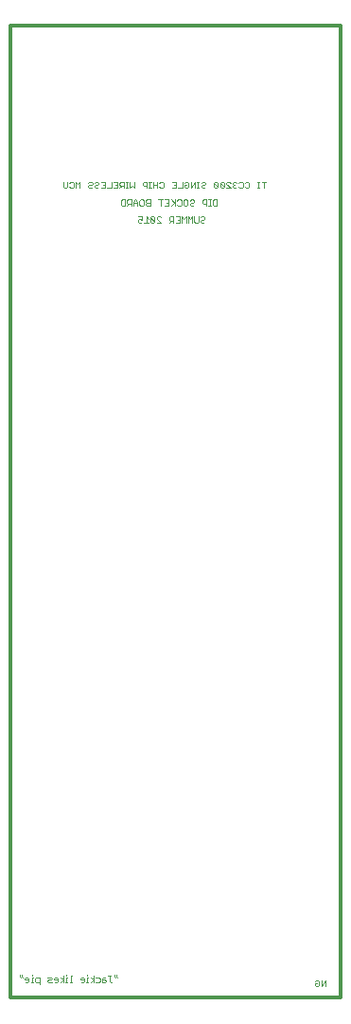
<source format=gbo>
G75*
G70*
%OFA0B0*%
%FSLAX24Y24*%
%IPPOS*%
%LPD*%
%AMOC8*
5,1,8,0,0,1.08239X$1,22.5*
%
%ADD10C,0.0020*%
%ADD11C,0.0120*%
D10*
X000832Y000913D02*
X000869Y000876D01*
X000906Y000913D02*
X000942Y000876D01*
X000906Y000913D02*
X000906Y000987D01*
X000832Y000987D02*
X000832Y000913D01*
X001016Y000840D02*
X001016Y000803D01*
X001163Y000803D01*
X001163Y000766D02*
X001163Y000840D01*
X001127Y000876D01*
X001053Y000876D01*
X001016Y000840D01*
X001053Y000730D02*
X001127Y000730D01*
X001163Y000766D01*
X001237Y000730D02*
X001311Y000730D01*
X001274Y000730D02*
X001274Y000876D01*
X001311Y000876D01*
X001385Y000840D02*
X001385Y000766D01*
X001421Y000730D01*
X001532Y000730D01*
X001532Y000656D02*
X001532Y000876D01*
X001421Y000876D01*
X001385Y000840D01*
X001274Y000950D02*
X001274Y000987D01*
X001827Y000876D02*
X001937Y000876D01*
X001974Y000840D01*
X001937Y000803D01*
X001863Y000803D01*
X001827Y000766D01*
X001863Y000730D01*
X001974Y000730D01*
X002048Y000803D02*
X002194Y000803D01*
X002194Y000766D02*
X002194Y000840D01*
X002158Y000876D01*
X002084Y000876D01*
X002048Y000840D01*
X002048Y000803D01*
X002084Y000730D02*
X002158Y000730D01*
X002194Y000766D01*
X002269Y000730D02*
X002379Y000803D01*
X002269Y000876D01*
X002379Y000950D02*
X002379Y000730D01*
X002453Y000730D02*
X002526Y000730D01*
X002489Y000730D02*
X002489Y000876D01*
X002526Y000876D01*
X002489Y000950D02*
X002489Y000987D01*
X002637Y000950D02*
X002637Y000730D01*
X002673Y000730D02*
X002600Y000730D01*
X002637Y000950D02*
X002673Y000950D01*
X002968Y000840D02*
X002968Y000803D01*
X003115Y000803D01*
X003115Y000766D02*
X003115Y000840D01*
X003079Y000876D01*
X003005Y000876D01*
X002968Y000840D01*
X003005Y000730D02*
X003079Y000730D01*
X003115Y000766D01*
X003189Y000730D02*
X003263Y000730D01*
X003226Y000730D02*
X003226Y000876D01*
X003263Y000876D01*
X003337Y000876D02*
X003447Y000803D01*
X003337Y000730D01*
X003447Y000730D02*
X003447Y000950D01*
X003521Y000876D02*
X003631Y000876D01*
X003668Y000840D01*
X003668Y000766D01*
X003631Y000730D01*
X003521Y000730D01*
X003742Y000730D02*
X003852Y000730D01*
X003889Y000766D01*
X003852Y000803D01*
X003742Y000803D01*
X003742Y000840D02*
X003742Y000730D01*
X003742Y000840D02*
X003779Y000876D01*
X003852Y000876D01*
X003963Y000950D02*
X004036Y000950D01*
X004000Y000950D02*
X004000Y000766D01*
X004036Y000730D01*
X004073Y000730D01*
X004110Y000766D01*
X004220Y000876D02*
X004184Y000913D01*
X004184Y000987D01*
X004257Y000987D02*
X004257Y000913D01*
X004294Y000876D01*
X003226Y000950D02*
X003226Y000987D01*
X011245Y000758D02*
X011281Y000795D01*
X011355Y000795D01*
X011391Y000758D01*
X011391Y000611D01*
X011355Y000575D01*
X011281Y000575D01*
X011245Y000611D01*
X011245Y000685D01*
X011318Y000685D01*
X011466Y000575D02*
X011466Y000795D01*
X011612Y000795D02*
X011466Y000575D01*
X011612Y000575D02*
X011612Y000795D01*
X007328Y027423D02*
X007255Y027423D01*
X007218Y027459D01*
X007218Y027496D01*
X007255Y027533D01*
X007328Y027533D01*
X007365Y027569D01*
X007365Y027606D01*
X007328Y027643D01*
X007255Y027643D01*
X007218Y027606D01*
X007144Y027643D02*
X007144Y027459D01*
X007107Y027423D01*
X007034Y027423D01*
X006997Y027459D01*
X006997Y027643D01*
X006923Y027643D02*
X006849Y027569D01*
X006776Y027643D01*
X006776Y027423D01*
X006702Y027423D02*
X006702Y027643D01*
X006628Y027569D01*
X006555Y027643D01*
X006555Y027423D01*
X006481Y027423D02*
X006481Y027643D01*
X006334Y027643D01*
X006260Y027643D02*
X006260Y027423D01*
X006260Y027496D02*
X006150Y027496D01*
X006113Y027533D01*
X006113Y027606D01*
X006150Y027643D01*
X006260Y027643D01*
X006186Y027496D02*
X006113Y027423D01*
X006334Y027423D02*
X006481Y027423D01*
X006481Y027533D02*
X006407Y027533D01*
X006428Y028019D02*
X006391Y028055D01*
X006428Y028019D02*
X006501Y028019D01*
X006538Y028055D01*
X006538Y028202D01*
X006501Y028239D01*
X006428Y028239D01*
X006391Y028202D01*
X006317Y028239D02*
X006317Y028019D01*
X006317Y028092D02*
X006170Y028239D01*
X006096Y028239D02*
X006096Y028019D01*
X005949Y028019D01*
X006022Y028129D02*
X006096Y028129D01*
X006096Y028239D02*
X005949Y028239D01*
X005875Y028239D02*
X005728Y028239D01*
X005801Y028239D02*
X005801Y028019D01*
X005781Y027643D02*
X005818Y027606D01*
X005781Y027643D02*
X005708Y027643D01*
X005671Y027606D01*
X005671Y027569D01*
X005818Y027423D01*
X005671Y027423D01*
X005597Y027459D02*
X005450Y027606D01*
X005450Y027459D01*
X005487Y027423D01*
X005560Y027423D01*
X005597Y027459D01*
X005597Y027606D01*
X005560Y027643D01*
X005487Y027643D01*
X005450Y027606D01*
X005376Y027569D02*
X005302Y027643D01*
X005302Y027423D01*
X005229Y027423D02*
X005376Y027423D01*
X005155Y027459D02*
X005118Y027423D01*
X005045Y027423D01*
X005008Y027459D01*
X005008Y027533D01*
X005045Y027569D01*
X005081Y027569D01*
X005155Y027533D01*
X005155Y027643D01*
X005008Y027643D01*
X004991Y028019D02*
X004991Y028165D01*
X004917Y028239D01*
X004844Y028165D01*
X004844Y028019D01*
X004770Y028019D02*
X004770Y028239D01*
X004660Y028239D01*
X004623Y028202D01*
X004623Y028129D01*
X004660Y028092D01*
X004770Y028092D01*
X004696Y028092D02*
X004623Y028019D01*
X004549Y028019D02*
X004439Y028019D01*
X004402Y028055D01*
X004402Y028202D01*
X004439Y028239D01*
X004549Y028239D01*
X004549Y028019D01*
X004583Y028639D02*
X004657Y028639D01*
X004620Y028639D02*
X004620Y028859D01*
X004657Y028859D02*
X004583Y028859D01*
X004510Y028859D02*
X004510Y028639D01*
X004510Y028713D02*
X004399Y028713D01*
X004363Y028749D01*
X004363Y028823D01*
X004399Y028859D01*
X004510Y028859D01*
X004436Y028713D02*
X004363Y028639D01*
X004289Y028639D02*
X004289Y028859D01*
X004142Y028859D01*
X004068Y028859D02*
X004068Y028639D01*
X003921Y028639D01*
X003847Y028639D02*
X003700Y028639D01*
X003626Y028676D02*
X003589Y028639D01*
X003516Y028639D01*
X003479Y028676D01*
X003479Y028713D01*
X003516Y028749D01*
X003589Y028749D01*
X003626Y028786D01*
X003626Y028823D01*
X003589Y028859D01*
X003516Y028859D01*
X003479Y028823D01*
X003405Y028823D02*
X003405Y028786D01*
X003368Y028749D01*
X003295Y028749D01*
X003258Y028713D01*
X003258Y028676D01*
X003295Y028639D01*
X003368Y028639D01*
X003405Y028676D01*
X003405Y028823D02*
X003368Y028859D01*
X003295Y028859D01*
X003258Y028823D01*
X002963Y028859D02*
X002963Y028639D01*
X002816Y028639D02*
X002816Y028859D01*
X002889Y028786D01*
X002963Y028859D01*
X002742Y028823D02*
X002742Y028676D01*
X002705Y028639D01*
X002632Y028639D01*
X002595Y028676D01*
X002521Y028676D02*
X002484Y028639D01*
X002411Y028639D01*
X002374Y028676D01*
X002374Y028859D01*
X002521Y028859D02*
X002521Y028676D01*
X002595Y028823D02*
X002632Y028859D01*
X002705Y028859D01*
X002742Y028823D01*
X003700Y028859D02*
X003847Y028859D01*
X003847Y028639D01*
X003847Y028749D02*
X003773Y028749D01*
X004142Y028639D02*
X004289Y028639D01*
X004289Y028749D02*
X004215Y028749D01*
X004731Y028639D02*
X004731Y028859D01*
X004878Y028859D02*
X004878Y028639D01*
X004804Y028713D01*
X004731Y028639D01*
X004844Y028129D02*
X004991Y028129D01*
X005065Y028202D02*
X005102Y028239D01*
X005175Y028239D01*
X005212Y028202D01*
X005212Y028055D01*
X005175Y028019D01*
X005102Y028019D01*
X005065Y028055D01*
X005065Y028202D01*
X005286Y028202D02*
X005286Y028165D01*
X005323Y028129D01*
X005433Y028129D01*
X005433Y028239D02*
X005323Y028239D01*
X005286Y028202D01*
X005323Y028129D02*
X005286Y028092D01*
X005286Y028055D01*
X005323Y028019D01*
X005433Y028019D01*
X005433Y028239D01*
X005430Y028639D02*
X005430Y028859D01*
X005394Y028859D02*
X005467Y028859D01*
X005541Y028859D02*
X005541Y028639D01*
X005467Y028639D02*
X005394Y028639D01*
X005320Y028639D02*
X005320Y028859D01*
X005210Y028859D01*
X005173Y028823D01*
X005173Y028749D01*
X005210Y028713D01*
X005320Y028713D01*
X005541Y028749D02*
X005688Y028749D01*
X005762Y028676D02*
X005799Y028639D01*
X005872Y028639D01*
X005909Y028676D01*
X005909Y028823D01*
X005872Y028859D01*
X005799Y028859D01*
X005762Y028823D01*
X005688Y028859D02*
X005688Y028639D01*
X006280Y028129D02*
X006170Y028019D01*
X006204Y028639D02*
X006351Y028639D01*
X006351Y028859D01*
X006204Y028859D01*
X006278Y028749D02*
X006351Y028749D01*
X006425Y028639D02*
X006572Y028639D01*
X006572Y028859D01*
X006646Y028823D02*
X006683Y028859D01*
X006756Y028859D01*
X006793Y028823D01*
X006793Y028676D01*
X006756Y028639D01*
X006683Y028639D01*
X006646Y028676D01*
X006646Y028749D01*
X006720Y028749D01*
X006867Y028639D02*
X006867Y028859D01*
X007014Y028859D02*
X006867Y028639D01*
X007014Y028639D02*
X007014Y028859D01*
X007088Y028859D02*
X007161Y028859D01*
X007125Y028859D02*
X007125Y028639D01*
X007161Y028639D02*
X007088Y028639D01*
X007236Y028676D02*
X007272Y028639D01*
X007346Y028639D01*
X007382Y028676D01*
X007346Y028749D02*
X007272Y028749D01*
X007236Y028713D01*
X007236Y028676D01*
X007346Y028749D02*
X007382Y028786D01*
X007382Y028823D01*
X007346Y028859D01*
X007272Y028859D01*
X007236Y028823D01*
X007312Y028239D02*
X007275Y028202D01*
X007275Y028129D01*
X007312Y028092D01*
X007422Y028092D01*
X007422Y028019D02*
X007422Y028239D01*
X007312Y028239D01*
X007496Y028239D02*
X007569Y028239D01*
X007532Y028239D02*
X007532Y028019D01*
X007496Y028019D02*
X007569Y028019D01*
X007643Y028055D02*
X007643Y028202D01*
X007680Y028239D01*
X007790Y028239D01*
X007790Y028019D01*
X007680Y028019D01*
X007643Y028055D01*
X007714Y028639D02*
X007788Y028639D01*
X007824Y028676D01*
X007678Y028823D01*
X007678Y028676D01*
X007714Y028639D01*
X007824Y028676D02*
X007824Y028823D01*
X007788Y028859D01*
X007714Y028859D01*
X007678Y028823D01*
X007899Y028823D02*
X008045Y028676D01*
X008009Y028639D01*
X007935Y028639D01*
X007899Y028676D01*
X007899Y028823D01*
X007935Y028859D01*
X008009Y028859D01*
X008045Y028823D01*
X008045Y028676D01*
X008119Y028639D02*
X008266Y028639D01*
X008119Y028786D01*
X008119Y028823D01*
X008156Y028859D01*
X008230Y028859D01*
X008266Y028823D01*
X008340Y028823D02*
X008340Y028786D01*
X008377Y028749D01*
X008340Y028713D01*
X008340Y028676D01*
X008377Y028639D01*
X008451Y028639D01*
X008487Y028676D01*
X008561Y028676D02*
X008598Y028639D01*
X008672Y028639D01*
X008708Y028676D01*
X008708Y028823D01*
X008672Y028859D01*
X008598Y028859D01*
X008561Y028823D01*
X008487Y028823D02*
X008451Y028859D01*
X008377Y028859D01*
X008340Y028823D01*
X008377Y028749D02*
X008414Y028749D01*
X008782Y028676D02*
X008819Y028639D01*
X008893Y028639D01*
X008929Y028676D01*
X008929Y028823D01*
X008893Y028859D01*
X008819Y028859D01*
X008782Y028823D01*
X009224Y028859D02*
X009298Y028859D01*
X009261Y028859D02*
X009261Y028639D01*
X009298Y028639D02*
X009224Y028639D01*
X009372Y028859D02*
X009519Y028859D01*
X009445Y028859D02*
X009445Y028639D01*
X007365Y027459D02*
X007328Y027423D01*
X006943Y028019D02*
X006980Y028055D01*
X006943Y028019D02*
X006870Y028019D01*
X006833Y028055D01*
X006833Y028092D01*
X006870Y028129D01*
X006943Y028129D01*
X006980Y028165D01*
X006980Y028202D01*
X006943Y028239D01*
X006870Y028239D01*
X006833Y028202D01*
X006759Y028202D02*
X006759Y028055D01*
X006722Y028019D01*
X006649Y028019D01*
X006612Y028055D01*
X006612Y028202D01*
X006649Y028239D01*
X006722Y028239D01*
X006759Y028202D01*
X006923Y027643D02*
X006923Y027423D01*
D11*
X012157Y000170D02*
X000503Y000170D01*
X000503Y034344D01*
X012157Y034344D01*
X012157Y000170D01*
M02*

</source>
